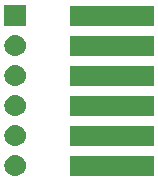
<source format=gbr>
G04 #@! TF.GenerationSoftware,KiCad,Pcbnew,(5.1.2)-1*
G04 #@! TF.CreationDate,2019-07-14T19:38:15+02:00*
G04 #@! TF.ProjectId,pogo,706f676f-2e6b-4696-9361-645f70636258,rev?*
G04 #@! TF.SameCoordinates,Original*
G04 #@! TF.FileFunction,Soldermask,Top*
G04 #@! TF.FilePolarity,Negative*
%FSLAX46Y46*%
G04 Gerber Fmt 4.6, Leading zero omitted, Abs format (unit mm)*
G04 Created by KiCad (PCBNEW (5.1.2)-1) date 2019-07-14 19:38:15*
%MOMM*%
%LPD*%
G04 APERTURE LIST*
%ADD10C,0.100000*%
G04 APERTURE END LIST*
D10*
G36*
X94759443Y-71440919D02*
G01*
X94825628Y-71447438D01*
X94995467Y-71498958D01*
X95151992Y-71582623D01*
X95187730Y-71611953D01*
X95289187Y-71695215D01*
X95372449Y-71796672D01*
X95401779Y-71832410D01*
X95485444Y-71988935D01*
X95536964Y-72158774D01*
X95554360Y-72335401D01*
X95536964Y-72512028D01*
X95485444Y-72681867D01*
X95401779Y-72838392D01*
X95372449Y-72874130D01*
X95289187Y-72975587D01*
X95187730Y-73058849D01*
X95151992Y-73088179D01*
X94995467Y-73171844D01*
X94825628Y-73223364D01*
X94759443Y-73229883D01*
X94693261Y-73236401D01*
X94604741Y-73236401D01*
X94538559Y-73229883D01*
X94472374Y-73223364D01*
X94302535Y-73171844D01*
X94146010Y-73088179D01*
X94110272Y-73058849D01*
X94008815Y-72975587D01*
X93925553Y-72874130D01*
X93896223Y-72838392D01*
X93812558Y-72681867D01*
X93761038Y-72512028D01*
X93743642Y-72335401D01*
X93761038Y-72158774D01*
X93812558Y-71988935D01*
X93896223Y-71832410D01*
X93925553Y-71796672D01*
X94008815Y-71695215D01*
X94110272Y-71611953D01*
X94146010Y-71582623D01*
X94302535Y-71498958D01*
X94472374Y-71447438D01*
X94538559Y-71440919D01*
X94604741Y-71434401D01*
X94693261Y-71434401D01*
X94759443Y-71440919D01*
X94759443Y-71440919D01*
G37*
G36*
X106421000Y-73203000D02*
G01*
X99319000Y-73203000D01*
X99319000Y-71577000D01*
X106421000Y-71577000D01*
X106421000Y-73203000D01*
X106421000Y-73203000D01*
G37*
G36*
X94759443Y-68900919D02*
G01*
X94825628Y-68907438D01*
X94995467Y-68958958D01*
X95151992Y-69042623D01*
X95187730Y-69071953D01*
X95289187Y-69155215D01*
X95372449Y-69256672D01*
X95401779Y-69292410D01*
X95485444Y-69448935D01*
X95536964Y-69618774D01*
X95554360Y-69795401D01*
X95536964Y-69972028D01*
X95485444Y-70141867D01*
X95401779Y-70298392D01*
X95372449Y-70334130D01*
X95289187Y-70435587D01*
X95187730Y-70518849D01*
X95151992Y-70548179D01*
X94995467Y-70631844D01*
X94825628Y-70683364D01*
X94759444Y-70689882D01*
X94693261Y-70696401D01*
X94604741Y-70696401D01*
X94538558Y-70689882D01*
X94472374Y-70683364D01*
X94302535Y-70631844D01*
X94146010Y-70548179D01*
X94110272Y-70518849D01*
X94008815Y-70435587D01*
X93925553Y-70334130D01*
X93896223Y-70298392D01*
X93812558Y-70141867D01*
X93761038Y-69972028D01*
X93743642Y-69795401D01*
X93761038Y-69618774D01*
X93812558Y-69448935D01*
X93896223Y-69292410D01*
X93925553Y-69256672D01*
X94008815Y-69155215D01*
X94110272Y-69071953D01*
X94146010Y-69042623D01*
X94302535Y-68958958D01*
X94472374Y-68907438D01*
X94538559Y-68900919D01*
X94604741Y-68894401D01*
X94693261Y-68894401D01*
X94759443Y-68900919D01*
X94759443Y-68900919D01*
G37*
G36*
X106421000Y-70663000D02*
G01*
X99319000Y-70663000D01*
X99319000Y-69037000D01*
X106421000Y-69037000D01*
X106421000Y-70663000D01*
X106421000Y-70663000D01*
G37*
G36*
X94759444Y-66360920D02*
G01*
X94825628Y-66367438D01*
X94995467Y-66418958D01*
X95151992Y-66502623D01*
X95187730Y-66531953D01*
X95289187Y-66615215D01*
X95372449Y-66716672D01*
X95401779Y-66752410D01*
X95485444Y-66908935D01*
X95536964Y-67078774D01*
X95554360Y-67255401D01*
X95536964Y-67432028D01*
X95485444Y-67601867D01*
X95401779Y-67758392D01*
X95372449Y-67794130D01*
X95289187Y-67895587D01*
X95187730Y-67978849D01*
X95151992Y-68008179D01*
X94995467Y-68091844D01*
X94825628Y-68143364D01*
X94759443Y-68149883D01*
X94693261Y-68156401D01*
X94604741Y-68156401D01*
X94538559Y-68149883D01*
X94472374Y-68143364D01*
X94302535Y-68091844D01*
X94146010Y-68008179D01*
X94110272Y-67978849D01*
X94008815Y-67895587D01*
X93925553Y-67794130D01*
X93896223Y-67758392D01*
X93812558Y-67601867D01*
X93761038Y-67432028D01*
X93743642Y-67255401D01*
X93761038Y-67078774D01*
X93812558Y-66908935D01*
X93896223Y-66752410D01*
X93925553Y-66716672D01*
X94008815Y-66615215D01*
X94110272Y-66531953D01*
X94146010Y-66502623D01*
X94302535Y-66418958D01*
X94472374Y-66367438D01*
X94538558Y-66360920D01*
X94604741Y-66354401D01*
X94693261Y-66354401D01*
X94759444Y-66360920D01*
X94759444Y-66360920D01*
G37*
G36*
X106421000Y-68123000D02*
G01*
X99319000Y-68123000D01*
X99319000Y-66497000D01*
X106421000Y-66497000D01*
X106421000Y-68123000D01*
X106421000Y-68123000D01*
G37*
G36*
X94759444Y-63820920D02*
G01*
X94825628Y-63827438D01*
X94995467Y-63878958D01*
X95151992Y-63962623D01*
X95187730Y-63991953D01*
X95289187Y-64075215D01*
X95372449Y-64176672D01*
X95401779Y-64212410D01*
X95485444Y-64368935D01*
X95536964Y-64538774D01*
X95554360Y-64715401D01*
X95536964Y-64892028D01*
X95485444Y-65061867D01*
X95401779Y-65218392D01*
X95372449Y-65254130D01*
X95289187Y-65355587D01*
X95187730Y-65438849D01*
X95151992Y-65468179D01*
X94995467Y-65551844D01*
X94825628Y-65603364D01*
X94759444Y-65609882D01*
X94693261Y-65616401D01*
X94604741Y-65616401D01*
X94538558Y-65609882D01*
X94472374Y-65603364D01*
X94302535Y-65551844D01*
X94146010Y-65468179D01*
X94110272Y-65438849D01*
X94008815Y-65355587D01*
X93925553Y-65254130D01*
X93896223Y-65218392D01*
X93812558Y-65061867D01*
X93761038Y-64892028D01*
X93743642Y-64715401D01*
X93761038Y-64538774D01*
X93812558Y-64368935D01*
X93896223Y-64212410D01*
X93925553Y-64176672D01*
X94008815Y-64075215D01*
X94110272Y-63991953D01*
X94146010Y-63962623D01*
X94302535Y-63878958D01*
X94472374Y-63827438D01*
X94538558Y-63820920D01*
X94604741Y-63814401D01*
X94693261Y-63814401D01*
X94759444Y-63820920D01*
X94759444Y-63820920D01*
G37*
G36*
X106421000Y-65583000D02*
G01*
X99319000Y-65583000D01*
X99319000Y-63957000D01*
X106421000Y-63957000D01*
X106421000Y-65583000D01*
X106421000Y-65583000D01*
G37*
G36*
X94759443Y-61280919D02*
G01*
X94825628Y-61287438D01*
X94995467Y-61338958D01*
X95151992Y-61422623D01*
X95187730Y-61451953D01*
X95289187Y-61535215D01*
X95372449Y-61636672D01*
X95401779Y-61672410D01*
X95485444Y-61828935D01*
X95536964Y-61998774D01*
X95554360Y-62175401D01*
X95536964Y-62352028D01*
X95485444Y-62521867D01*
X95401779Y-62678392D01*
X95372449Y-62714130D01*
X95289187Y-62815587D01*
X95187730Y-62898849D01*
X95151992Y-62928179D01*
X94995467Y-63011844D01*
X94825628Y-63063364D01*
X94759443Y-63069883D01*
X94693261Y-63076401D01*
X94604741Y-63076401D01*
X94538559Y-63069883D01*
X94472374Y-63063364D01*
X94302535Y-63011844D01*
X94146010Y-62928179D01*
X94110272Y-62898849D01*
X94008815Y-62815587D01*
X93925553Y-62714130D01*
X93896223Y-62678392D01*
X93812558Y-62521867D01*
X93761038Y-62352028D01*
X93743642Y-62175401D01*
X93761038Y-61998774D01*
X93812558Y-61828935D01*
X93896223Y-61672410D01*
X93925553Y-61636672D01*
X94008815Y-61535215D01*
X94110272Y-61451953D01*
X94146010Y-61422623D01*
X94302535Y-61338958D01*
X94472374Y-61287438D01*
X94538559Y-61280919D01*
X94604741Y-61274401D01*
X94693261Y-61274401D01*
X94759443Y-61280919D01*
X94759443Y-61280919D01*
G37*
G36*
X106421000Y-63043000D02*
G01*
X99319000Y-63043000D01*
X99319000Y-61417000D01*
X106421000Y-61417000D01*
X106421000Y-63043000D01*
X106421000Y-63043000D01*
G37*
G36*
X95550001Y-60536401D02*
G01*
X93748001Y-60536401D01*
X93748001Y-58734401D01*
X95550001Y-58734401D01*
X95550001Y-60536401D01*
X95550001Y-60536401D01*
G37*
G36*
X106421000Y-60503000D02*
G01*
X99319000Y-60503000D01*
X99319000Y-58877000D01*
X106421000Y-58877000D01*
X106421000Y-60503000D01*
X106421000Y-60503000D01*
G37*
M02*

</source>
